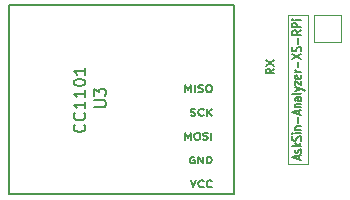
<source format=gbr>
G04 #@! TF.GenerationSoftware,KiCad,Pcbnew,(5.1.6)-1*
G04 #@! TF.CreationDate,2020-11-13T23:12:39+01:00*
G04 #@! TF.ProjectId,AskSin-Analyzer-XS-RPi,41736b53-696e-42d4-916e-616c797a6572,rev?*
G04 #@! TF.SameCoordinates,Original*
G04 #@! TF.FileFunction,Legend,Top*
G04 #@! TF.FilePolarity,Positive*
%FSLAX46Y46*%
G04 Gerber Fmt 4.6, Leading zero omitted, Abs format (unit mm)*
G04 Created by KiCad (PCBNEW (5.1.6)-1) date 2020-11-13 23:12:39*
%MOMM*%
%LPD*%
G01*
G04 APERTURE LIST*
%ADD10C,0.120000*%
%ADD11C,0.140000*%
%ADD12C,0.150000*%
G04 APERTURE END LIST*
D10*
X161870000Y-86730000D02*
X161870000Y-84480000D01*
X164140000Y-86730000D02*
X161870000Y-86730000D01*
X164140000Y-84470000D02*
X164140000Y-86730000D01*
X161870000Y-84470000D02*
X164140000Y-84470000D01*
D11*
X150942333Y-90972380D02*
X150942333Y-90392380D01*
X151175666Y-90806666D01*
X151409000Y-90392380D01*
X151409000Y-90972380D01*
X151742333Y-90972380D02*
X151742333Y-90392380D01*
X152042333Y-90944761D02*
X152142333Y-90972380D01*
X152309000Y-90972380D01*
X152375666Y-90944761D01*
X152409000Y-90917142D01*
X152442333Y-90861904D01*
X152442333Y-90806666D01*
X152409000Y-90751428D01*
X152375666Y-90723809D01*
X152309000Y-90696190D01*
X152175666Y-90668571D01*
X152109000Y-90640952D01*
X152075666Y-90613333D01*
X152042333Y-90558095D01*
X152042333Y-90502857D01*
X152075666Y-90447619D01*
X152109000Y-90420000D01*
X152175666Y-90392380D01*
X152342333Y-90392380D01*
X152442333Y-90420000D01*
X152875666Y-90392380D02*
X153009000Y-90392380D01*
X153075666Y-90420000D01*
X153142333Y-90475238D01*
X153175666Y-90585714D01*
X153175666Y-90779047D01*
X153142333Y-90889523D01*
X153075666Y-90944761D01*
X153009000Y-90972380D01*
X152875666Y-90972380D01*
X152809000Y-90944761D01*
X152742333Y-90889523D01*
X152709000Y-90779047D01*
X152709000Y-90585714D01*
X152742333Y-90475238D01*
X152809000Y-90420000D01*
X152875666Y-90392380D01*
X151375666Y-92964761D02*
X151475666Y-92992380D01*
X151642333Y-92992380D01*
X151709000Y-92964761D01*
X151742333Y-92937142D01*
X151775666Y-92881904D01*
X151775666Y-92826666D01*
X151742333Y-92771428D01*
X151709000Y-92743809D01*
X151642333Y-92716190D01*
X151509000Y-92688571D01*
X151442333Y-92660952D01*
X151409000Y-92633333D01*
X151375666Y-92578095D01*
X151375666Y-92522857D01*
X151409000Y-92467619D01*
X151442333Y-92440000D01*
X151509000Y-92412380D01*
X151675666Y-92412380D01*
X151775666Y-92440000D01*
X152475666Y-92937142D02*
X152442333Y-92964761D01*
X152342333Y-92992380D01*
X152275666Y-92992380D01*
X152175666Y-92964761D01*
X152109000Y-92909523D01*
X152075666Y-92854285D01*
X152042333Y-92743809D01*
X152042333Y-92660952D01*
X152075666Y-92550476D01*
X152109000Y-92495238D01*
X152175666Y-92440000D01*
X152275666Y-92412380D01*
X152342333Y-92412380D01*
X152442333Y-92440000D01*
X152475666Y-92467619D01*
X152775666Y-92992380D02*
X152775666Y-92412380D01*
X153175666Y-92992380D02*
X152875666Y-92660952D01*
X153175666Y-92412380D02*
X152775666Y-92743809D01*
X150942333Y-95012380D02*
X150942333Y-94432380D01*
X151175666Y-94846666D01*
X151409000Y-94432380D01*
X151409000Y-95012380D01*
X151875666Y-94432380D02*
X152009000Y-94432380D01*
X152075666Y-94460000D01*
X152142333Y-94515238D01*
X152175666Y-94625714D01*
X152175666Y-94819047D01*
X152142333Y-94929523D01*
X152075666Y-94984761D01*
X152009000Y-95012380D01*
X151875666Y-95012380D01*
X151809000Y-94984761D01*
X151742333Y-94929523D01*
X151709000Y-94819047D01*
X151709000Y-94625714D01*
X151742333Y-94515238D01*
X151809000Y-94460000D01*
X151875666Y-94432380D01*
X152442333Y-94984761D02*
X152542333Y-95012380D01*
X152709000Y-95012380D01*
X152775666Y-94984761D01*
X152809000Y-94957142D01*
X152842333Y-94901904D01*
X152842333Y-94846666D01*
X152809000Y-94791428D01*
X152775666Y-94763809D01*
X152709000Y-94736190D01*
X152575666Y-94708571D01*
X152509000Y-94680952D01*
X152475666Y-94653333D01*
X152442333Y-94598095D01*
X152442333Y-94542857D01*
X152475666Y-94487619D01*
X152509000Y-94460000D01*
X152575666Y-94432380D01*
X152742333Y-94432380D01*
X152842333Y-94460000D01*
X153142333Y-95012380D02*
X153142333Y-94432380D01*
X151709000Y-96480000D02*
X151642333Y-96452380D01*
X151542333Y-96452380D01*
X151442333Y-96480000D01*
X151375666Y-96535238D01*
X151342333Y-96590476D01*
X151309000Y-96700952D01*
X151309000Y-96783809D01*
X151342333Y-96894285D01*
X151375666Y-96949523D01*
X151442333Y-97004761D01*
X151542333Y-97032380D01*
X151609000Y-97032380D01*
X151709000Y-97004761D01*
X151742333Y-96977142D01*
X151742333Y-96783809D01*
X151609000Y-96783809D01*
X152042333Y-97032380D02*
X152042333Y-96452380D01*
X152442333Y-97032380D01*
X152442333Y-96452380D01*
X152775666Y-97032380D02*
X152775666Y-96452380D01*
X152942333Y-96452380D01*
X153042333Y-96480000D01*
X153109000Y-96535238D01*
X153142333Y-96590476D01*
X153175666Y-96700952D01*
X153175666Y-96783809D01*
X153142333Y-96894285D01*
X153109000Y-96949523D01*
X153042333Y-97004761D01*
X152942333Y-97032380D01*
X152775666Y-97032380D01*
X151375666Y-98472380D02*
X151609000Y-99052380D01*
X151842333Y-98472380D01*
X152475666Y-98997142D02*
X152442333Y-99024761D01*
X152342333Y-99052380D01*
X152275666Y-99052380D01*
X152175666Y-99024761D01*
X152109000Y-98969523D01*
X152075666Y-98914285D01*
X152042333Y-98803809D01*
X152042333Y-98720952D01*
X152075666Y-98610476D01*
X152109000Y-98555238D01*
X152175666Y-98500000D01*
X152275666Y-98472380D01*
X152342333Y-98472380D01*
X152442333Y-98500000D01*
X152475666Y-98527619D01*
X153175666Y-98997142D02*
X153142333Y-99024761D01*
X153042333Y-99052380D01*
X152975666Y-99052380D01*
X152875666Y-99024761D01*
X152809000Y-98969523D01*
X152775666Y-98914285D01*
X152742333Y-98803809D01*
X152742333Y-98720952D01*
X152775666Y-98610476D01*
X152809000Y-98555238D01*
X152875666Y-98500000D01*
X152975666Y-98472380D01*
X153042333Y-98472380D01*
X153142333Y-98500000D01*
X153175666Y-98527619D01*
D10*
X159600000Y-84450000D02*
X161350000Y-84450000D01*
X159600000Y-97050000D02*
X159600000Y-84450000D01*
X161350000Y-97050000D02*
X161350000Y-84450000D01*
X159600000Y-97050000D02*
X161350000Y-97050000D01*
D12*
X160533333Y-96660000D02*
X160533333Y-96360000D01*
X160761904Y-96720000D02*
X159961904Y-96510000D01*
X160761904Y-96300000D01*
X160723809Y-96120000D02*
X160761904Y-96060000D01*
X160761904Y-95940000D01*
X160723809Y-95880000D01*
X160647619Y-95850000D01*
X160609523Y-95850000D01*
X160533333Y-95880000D01*
X160495238Y-95940000D01*
X160495238Y-96030000D01*
X160457142Y-96090000D01*
X160380952Y-96120000D01*
X160342857Y-96120000D01*
X160266666Y-96090000D01*
X160228571Y-96030000D01*
X160228571Y-95940000D01*
X160266666Y-95880000D01*
X160761904Y-95580000D02*
X159961904Y-95580000D01*
X160457142Y-95520000D02*
X160761904Y-95340000D01*
X160228571Y-95340000D02*
X160533333Y-95580000D01*
X160723809Y-95100000D02*
X160761904Y-95010000D01*
X160761904Y-94860000D01*
X160723809Y-94800000D01*
X160685714Y-94770000D01*
X160609523Y-94740000D01*
X160533333Y-94740000D01*
X160457142Y-94770000D01*
X160419047Y-94800000D01*
X160380952Y-94860000D01*
X160342857Y-94980000D01*
X160304761Y-95040000D01*
X160266666Y-95070000D01*
X160190476Y-95100000D01*
X160114285Y-95100000D01*
X160038095Y-95070000D01*
X160000000Y-95040000D01*
X159961904Y-94980000D01*
X159961904Y-94830000D01*
X160000000Y-94740000D01*
X160761904Y-94470000D02*
X160228571Y-94470000D01*
X159961904Y-94470000D02*
X160000000Y-94500000D01*
X160038095Y-94470000D01*
X160000000Y-94440000D01*
X159961904Y-94470000D01*
X160038095Y-94470000D01*
X160228571Y-94170000D02*
X160761904Y-94170000D01*
X160304761Y-94170000D02*
X160266666Y-94140000D01*
X160228571Y-94080000D01*
X160228571Y-93990000D01*
X160266666Y-93930000D01*
X160342857Y-93900000D01*
X160761904Y-93900000D01*
X160457142Y-93600000D02*
X160457142Y-93120000D01*
X160533333Y-92850000D02*
X160533333Y-92550000D01*
X160761904Y-92910000D02*
X159961904Y-92700000D01*
X160761904Y-92490000D01*
X160228571Y-92280000D02*
X160761904Y-92280000D01*
X160304761Y-92280000D02*
X160266666Y-92250000D01*
X160228571Y-92190000D01*
X160228571Y-92100000D01*
X160266666Y-92040000D01*
X160342857Y-92010000D01*
X160761904Y-92010000D01*
X160761904Y-91440000D02*
X160342857Y-91440000D01*
X160266666Y-91470000D01*
X160228571Y-91530000D01*
X160228571Y-91650000D01*
X160266666Y-91710000D01*
X160723809Y-91440000D02*
X160761904Y-91500000D01*
X160761904Y-91650000D01*
X160723809Y-91710000D01*
X160647619Y-91740000D01*
X160571428Y-91740000D01*
X160495238Y-91710000D01*
X160457142Y-91650000D01*
X160457142Y-91500000D01*
X160419047Y-91440000D01*
X160761904Y-91050000D02*
X160723809Y-91110000D01*
X160647619Y-91140000D01*
X159961904Y-91140000D01*
X160228571Y-90870000D02*
X160761904Y-90720000D01*
X160228571Y-90570000D02*
X160761904Y-90720000D01*
X160952380Y-90780000D01*
X160990476Y-90810000D01*
X161028571Y-90870000D01*
X160228571Y-90390000D02*
X160228571Y-90060000D01*
X160761904Y-90390000D01*
X160761904Y-90060000D01*
X160723809Y-89580000D02*
X160761904Y-89640000D01*
X160761904Y-89760000D01*
X160723809Y-89820000D01*
X160647619Y-89850000D01*
X160342857Y-89850000D01*
X160266666Y-89820000D01*
X160228571Y-89760000D01*
X160228571Y-89640000D01*
X160266666Y-89580000D01*
X160342857Y-89550000D01*
X160419047Y-89550000D01*
X160495238Y-89850000D01*
X160761904Y-89280000D02*
X160228571Y-89280000D01*
X160380952Y-89280000D02*
X160304761Y-89250000D01*
X160266666Y-89220000D01*
X160228571Y-89160000D01*
X160228571Y-89100000D01*
X160457142Y-88890000D02*
X160457142Y-88410000D01*
X159961904Y-88170000D02*
X160761904Y-87750000D01*
X159961904Y-87750000D02*
X160761904Y-88170000D01*
X160723809Y-87540000D02*
X160761904Y-87450000D01*
X160761904Y-87300000D01*
X160723809Y-87240000D01*
X160685714Y-87210000D01*
X160609523Y-87180000D01*
X160533333Y-87180000D01*
X160457142Y-87210000D01*
X160419047Y-87240000D01*
X160380952Y-87300000D01*
X160342857Y-87420000D01*
X160304761Y-87480000D01*
X160266666Y-87510000D01*
X160190476Y-87540000D01*
X160114285Y-87540000D01*
X160038095Y-87510000D01*
X160000000Y-87480000D01*
X159961904Y-87420000D01*
X159961904Y-87270000D01*
X160000000Y-87180000D01*
X160457142Y-86910000D02*
X160457142Y-86430000D01*
X160761904Y-85770000D02*
X160380952Y-85980000D01*
X160761904Y-86130000D02*
X159961904Y-86130000D01*
X159961904Y-85890000D01*
X160000000Y-85830000D01*
X160038095Y-85800000D01*
X160114285Y-85770000D01*
X160228571Y-85770000D01*
X160304761Y-85800000D01*
X160342857Y-85830000D01*
X160380952Y-85890000D01*
X160380952Y-86130000D01*
X160761904Y-85500000D02*
X159961904Y-85500000D01*
X159961904Y-85260000D01*
X160000000Y-85200000D01*
X160038095Y-85170000D01*
X160114285Y-85140000D01*
X160228571Y-85140000D01*
X160304761Y-85170000D01*
X160342857Y-85200000D01*
X160380952Y-85260000D01*
X160380952Y-85500000D01*
X160761904Y-84870000D02*
X160228571Y-84870000D01*
X159961904Y-84870000D02*
X160000000Y-84900000D01*
X160038095Y-84870000D01*
X160000000Y-84840000D01*
X159961904Y-84870000D01*
X160038095Y-84870000D01*
X158466666Y-89016666D02*
X158133333Y-89250000D01*
X158466666Y-89416666D02*
X157766666Y-89416666D01*
X157766666Y-89150000D01*
X157800000Y-89083333D01*
X157833333Y-89050000D01*
X157900000Y-89016666D01*
X158000000Y-89016666D01*
X158066666Y-89050000D01*
X158100000Y-89083333D01*
X158133333Y-89150000D01*
X158133333Y-89416666D01*
X157766666Y-88783333D02*
X158466666Y-88316666D01*
X157766666Y-88316666D02*
X158466666Y-88783333D01*
X136025000Y-99650000D02*
X155025000Y-99650000D01*
X136025000Y-83650000D02*
X136025000Y-99650000D01*
X155025000Y-83650000D02*
X136025000Y-83650000D01*
X155025000Y-99650000D02*
X155025000Y-83650000D01*
X143202380Y-92261904D02*
X144011904Y-92261904D01*
X144107142Y-92214285D01*
X144154761Y-92166666D01*
X144202380Y-92071428D01*
X144202380Y-91880952D01*
X144154761Y-91785714D01*
X144107142Y-91738095D01*
X144011904Y-91690476D01*
X143202380Y-91690476D01*
X143202380Y-91309523D02*
X143202380Y-90690476D01*
X143583333Y-91023809D01*
X143583333Y-90880952D01*
X143630952Y-90785714D01*
X143678571Y-90738095D01*
X143773809Y-90690476D01*
X144011904Y-90690476D01*
X144107142Y-90738095D01*
X144154761Y-90785714D01*
X144202380Y-90880952D01*
X144202380Y-91166666D01*
X144154761Y-91261904D01*
X144107142Y-91309523D01*
X142382142Y-93745238D02*
X142429761Y-93792857D01*
X142477380Y-93935714D01*
X142477380Y-94030952D01*
X142429761Y-94173809D01*
X142334523Y-94269047D01*
X142239285Y-94316666D01*
X142048809Y-94364285D01*
X141905952Y-94364285D01*
X141715476Y-94316666D01*
X141620238Y-94269047D01*
X141525000Y-94173809D01*
X141477380Y-94030952D01*
X141477380Y-93935714D01*
X141525000Y-93792857D01*
X141572619Y-93745238D01*
X142382142Y-92745238D02*
X142429761Y-92792857D01*
X142477380Y-92935714D01*
X142477380Y-93030952D01*
X142429761Y-93173809D01*
X142334523Y-93269047D01*
X142239285Y-93316666D01*
X142048809Y-93364285D01*
X141905952Y-93364285D01*
X141715476Y-93316666D01*
X141620238Y-93269047D01*
X141525000Y-93173809D01*
X141477380Y-93030952D01*
X141477380Y-92935714D01*
X141525000Y-92792857D01*
X141572619Y-92745238D01*
X142477380Y-91792857D02*
X142477380Y-92364285D01*
X142477380Y-92078571D02*
X141477380Y-92078571D01*
X141620238Y-92173809D01*
X141715476Y-92269047D01*
X141763095Y-92364285D01*
X142477380Y-90840476D02*
X142477380Y-91411904D01*
X142477380Y-91126190D02*
X141477380Y-91126190D01*
X141620238Y-91221428D01*
X141715476Y-91316666D01*
X141763095Y-91411904D01*
X141477380Y-90221428D02*
X141477380Y-90126190D01*
X141525000Y-90030952D01*
X141572619Y-89983333D01*
X141667857Y-89935714D01*
X141858333Y-89888095D01*
X142096428Y-89888095D01*
X142286904Y-89935714D01*
X142382142Y-89983333D01*
X142429761Y-90030952D01*
X142477380Y-90126190D01*
X142477380Y-90221428D01*
X142429761Y-90316666D01*
X142382142Y-90364285D01*
X142286904Y-90411904D01*
X142096428Y-90459523D01*
X141858333Y-90459523D01*
X141667857Y-90411904D01*
X141572619Y-90364285D01*
X141525000Y-90316666D01*
X141477380Y-90221428D01*
X142477380Y-88935714D02*
X142477380Y-89507142D01*
X142477380Y-89221428D02*
X141477380Y-89221428D01*
X141620238Y-89316666D01*
X141715476Y-89411904D01*
X141763095Y-89507142D01*
M02*

</source>
